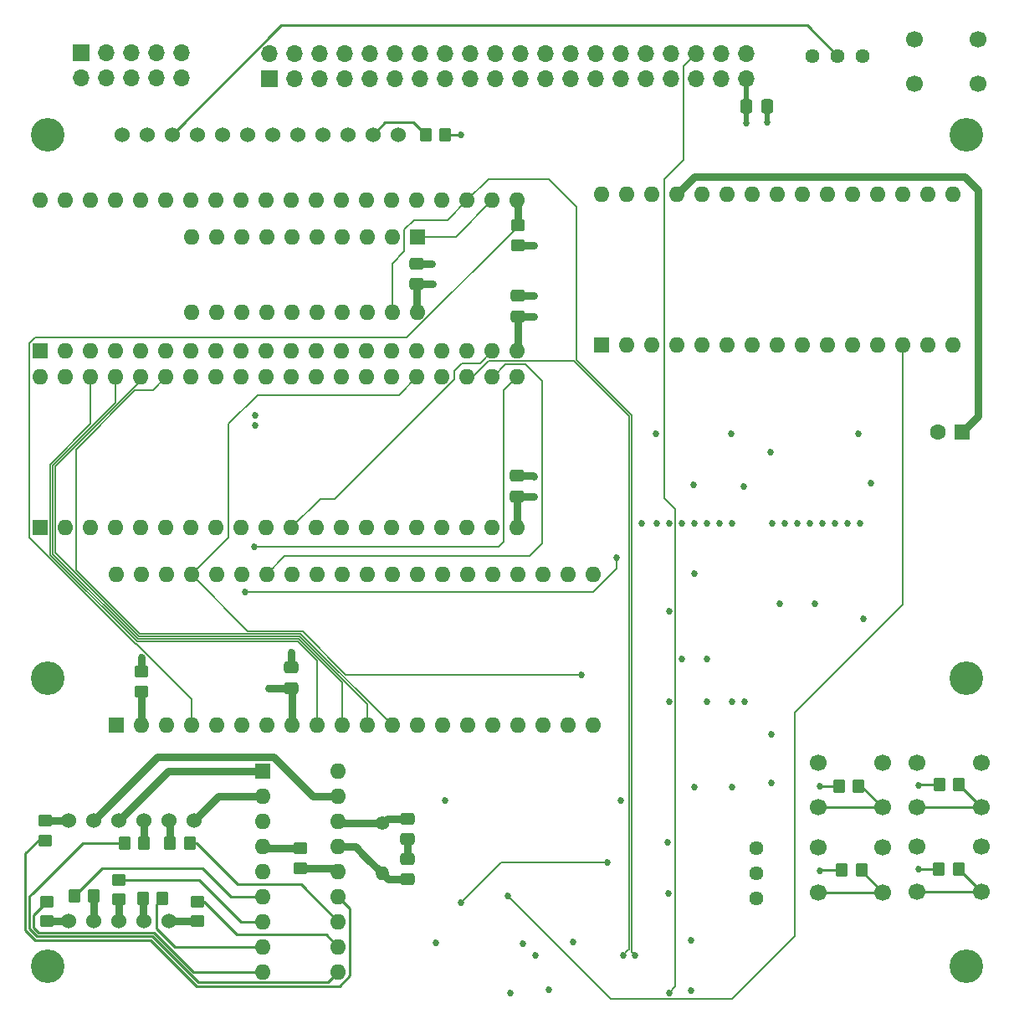
<source format=gbr>
%TF.GenerationSoftware,KiCad,Pcbnew,(5.99.0-7833-g0d57f90982)*%
%TF.CreationDate,2021-09-05T20:23:01+02:00*%
%TF.ProjectId,sbc6526,73626336-3532-4362-9e6b-696361645f70,rev?*%
%TF.SameCoordinates,Original*%
%TF.FileFunction,Copper,L4,Bot*%
%TF.FilePolarity,Positive*%
%FSLAX46Y46*%
G04 Gerber Fmt 4.6, Leading zero omitted, Abs format (unit mm)*
G04 Created by KiCad (PCBNEW (5.99.0-7833-g0d57f90982)) date 2021-09-05 20:23:01*
%MOMM*%
%LPD*%
G01*
G04 APERTURE LIST*
G04 Aperture macros list*
%AMRoundRect*
0 Rectangle with rounded corners*
0 $1 Rounding radius*
0 $2 $3 $4 $5 $6 $7 $8 $9 X,Y pos of 4 corners*
0 Add a 4 corners polygon primitive as box body*
4,1,4,$2,$3,$4,$5,$6,$7,$8,$9,$2,$3,0*
0 Add four circle primitives for the rounded corners*
1,1,$1+$1,$2,$3,0*
1,1,$1+$1,$4,$5,0*
1,1,$1+$1,$6,$7,0*
1,1,$1+$1,$8,$9,0*
0 Add four rect primitives between the rounded corners*
20,1,$1+$1,$2,$3,$4,$5,0*
20,1,$1+$1,$4,$5,$6,$7,0*
20,1,$1+$1,$6,$7,$8,$9,0*
20,1,$1+$1,$8,$9,$2,$3,0*%
G04 Aperture macros list end*
%TA.AperFunction,ComponentPad*%
%ADD10C,1.440000*%
%TD*%
%TA.AperFunction,ComponentPad*%
%ADD11R,1.600000X1.600000*%
%TD*%
%TA.AperFunction,ComponentPad*%
%ADD12O,1.600000X1.600000*%
%TD*%
%TA.AperFunction,ComponentPad*%
%ADD13C,1.600000*%
%TD*%
%TA.AperFunction,ComponentPad*%
%ADD14C,1.524000*%
%TD*%
%TA.AperFunction,ComponentPad*%
%ADD15R,1.700000X1.700000*%
%TD*%
%TA.AperFunction,ComponentPad*%
%ADD16O,1.700000X1.700000*%
%TD*%
%TA.AperFunction,ComponentPad*%
%ADD17C,1.400000*%
%TD*%
%TA.AperFunction,ComponentPad*%
%ADD18O,1.400000X1.400000*%
%TD*%
%TA.AperFunction,ComponentPad*%
%ADD19C,1.700000*%
%TD*%
%TA.AperFunction,ComponentPad*%
%ADD20C,3.400000*%
%TD*%
%TA.AperFunction,SMDPad,CuDef*%
%ADD21RoundRect,0.250000X0.475000X-0.337500X0.475000X0.337500X-0.475000X0.337500X-0.475000X-0.337500X0*%
%TD*%
%TA.AperFunction,SMDPad,CuDef*%
%ADD22RoundRect,0.249999X0.350001X0.450001X-0.350001X0.450001X-0.350001X-0.450001X0.350001X-0.450001X0*%
%TD*%
%TA.AperFunction,SMDPad,CuDef*%
%ADD23RoundRect,0.249999X0.450001X-0.350001X0.450001X0.350001X-0.450001X0.350001X-0.450001X-0.350001X0*%
%TD*%
%TA.AperFunction,SMDPad,CuDef*%
%ADD24RoundRect,0.249999X-0.350001X-0.450001X0.350001X-0.450001X0.350001X0.450001X-0.350001X0.450001X0*%
%TD*%
%TA.AperFunction,SMDPad,CuDef*%
%ADD25RoundRect,0.249999X-0.450001X0.350001X-0.450001X-0.350001X0.450001X-0.350001X0.450001X0.350001X0*%
%TD*%
%TA.AperFunction,SMDPad,CuDef*%
%ADD26RoundRect,0.250000X-0.475000X0.337500X-0.475000X-0.337500X0.475000X-0.337500X0.475000X0.337500X0*%
%TD*%
%TA.AperFunction,SMDPad,CuDef*%
%ADD27RoundRect,0.250000X-0.337500X-0.475000X0.337500X-0.475000X0.337500X0.475000X-0.337500X0.475000X0*%
%TD*%
%TA.AperFunction,ViaPad*%
%ADD28C,0.685800*%
%TD*%
%TA.AperFunction,Conductor*%
%ADD29C,0.762000*%
%TD*%
%TA.AperFunction,Conductor*%
%ADD30C,0.508000*%
%TD*%
%TA.AperFunction,Conductor*%
%ADD31C,0.127000*%
%TD*%
%TA.AperFunction,Conductor*%
%ADD32C,0.254000*%
%TD*%
G04 APERTURE END LIST*
D10*
%TO.P,P2,1*%
%TO.N,GND*%
X185900000Y-54000000D03*
%TO.P,P2,2*%
%TO.N,Net-(LCD1-Pad3)*%
X183360000Y-54000000D03*
%TO.P,P2,3*%
%TO.N,VCC*%
X180820000Y-54000000D03*
%TD*%
D11*
%TO.P,NANO1,1*%
%TO.N,Net-(NANO1-Pad1)*%
X159500000Y-83200000D03*
D12*
%TO.P,NANO1,2*%
%TO.N,Net-(NANO1-Pad2)*%
X162040000Y-83200000D03*
%TO.P,NANO1,3*%
%TO.N,Net-(NANO1-Pad3)*%
X164580000Y-83200000D03*
%TO.P,NANO1,4*%
%TO.N,GND*%
X167120000Y-83200000D03*
%TO.P,NANO1,5*%
%TO.N,/bootstrap/D7*%
X169660000Y-83200000D03*
%TO.P,NANO1,6*%
%TO.N,/bootstrap/D6*%
X172200000Y-83200000D03*
%TO.P,NANO1,7*%
%TO.N,/bootstrap/D5*%
X174740000Y-83200000D03*
%TO.P,NANO1,8*%
%TO.N,/bootstrap/D4*%
X177280000Y-83200000D03*
%TO.P,NANO1,9*%
%TO.N,/bootstrap/D3*%
X179820000Y-83200000D03*
%TO.P,NANO1,10*%
%TO.N,/bootstrap/D2*%
X182360000Y-83200000D03*
%TO.P,NANO1,11*%
%TO.N,/bootstrap/D1*%
X184900000Y-83200000D03*
%TO.P,NANO1,12*%
%TO.N,/bootstrap/D0*%
X187440000Y-83200000D03*
%TO.P,NANO1,13*%
%TO.N,/~CE*%
X189980000Y-83200000D03*
%TO.P,NANO1,14*%
%TO.N,/bootstrap/RESET*%
X192520000Y-83200000D03*
%TO.P,NANO1,15*%
%TO.N,/R~W*%
X195060000Y-83200000D03*
%TO.P,NANO1,16*%
%TO.N,/TOD*%
X195060000Y-67960000D03*
%TO.P,NANO1,17*%
%TO.N,Net-(NANO1-Pad17)*%
X192520000Y-67960000D03*
%TO.P,NANO1,18*%
%TO.N,Net-(NANO1-Pad18)*%
X189980000Y-67960000D03*
%TO.P,NANO1,19*%
%TO.N,/bootstrap/CLOCK*%
X187440000Y-67960000D03*
%TO.P,NANO1,20*%
%TO.N,/bootstrap/LATCH*%
X184900000Y-67960000D03*
%TO.P,NANO1,21*%
%TO.N,/bootstrap/BE*%
X182360000Y-67960000D03*
%TO.P,NANO1,22*%
%TO.N,Net-(NANO1-Pad22)*%
X179820000Y-67960000D03*
%TO.P,NANO1,23*%
%TO.N,/bootstrap/DS*%
X177280000Y-67960000D03*
%TO.P,NANO1,24*%
%TO.N,Net-(NANO1-Pad24)*%
X174740000Y-67960000D03*
%TO.P,NANO1,25*%
%TO.N,Net-(NANO1-Pad25)*%
X172200000Y-67960000D03*
%TO.P,NANO1,26*%
%TO.N,/TODENABLE*%
X169660000Y-67960000D03*
%TO.P,NANO1,27*%
%TO.N,VCC*%
X167120000Y-67960000D03*
%TO.P,NANO1,28*%
%TO.N,Net-(NANO1-Pad28)*%
X164580000Y-67960000D03*
%TO.P,NANO1,29*%
%TO.N,GND*%
X162040000Y-67960000D03*
%TO.P,NANO1,30*%
%TO.N,Net-(NANO1-Pad30)*%
X159500000Y-67960000D03*
%TD*%
D11*
%TO.P,U11,1*%
%TO.N,/R~W*%
X140843000Y-72300000D03*
D12*
%TO.P,U11,2*%
%TO.N,/peripherals/DB7*%
X138303000Y-72300000D03*
%TO.P,U11,3*%
%TO.N,/peripherals/DB6*%
X135763000Y-72300000D03*
%TO.P,U11,4*%
%TO.N,/peripherals/DB5*%
X133223000Y-72300000D03*
%TO.P,U11,5*%
%TO.N,/peripherals/DB4*%
X130683000Y-72300000D03*
%TO.P,U11,6*%
%TO.N,/peripherals/DB3*%
X128143000Y-72300000D03*
%TO.P,U11,7*%
%TO.N,/peripherals/DB2*%
X125603000Y-72300000D03*
%TO.P,U11,8*%
%TO.N,/peripherals/DB1*%
X123063000Y-72300000D03*
%TO.P,U11,9*%
%TO.N,/peripherals/DB0*%
X120523000Y-72300000D03*
%TO.P,U11,10*%
%TO.N,GND*%
X117983000Y-72300000D03*
%TO.P,U11,11*%
%TO.N,/bootstrap/D0*%
X117983000Y-79920000D03*
%TO.P,U11,12*%
%TO.N,/bootstrap/D1*%
X120523000Y-79920000D03*
%TO.P,U11,13*%
%TO.N,/bootstrap/D2*%
X123063000Y-79920000D03*
%TO.P,U11,14*%
%TO.N,/bootstrap/D3*%
X125603000Y-79920000D03*
%TO.P,U11,15*%
%TO.N,/bootstrap/D4*%
X128143000Y-79920000D03*
%TO.P,U11,16*%
%TO.N,/bootstrap/D5*%
X130683000Y-79920000D03*
%TO.P,U11,17*%
%TO.N,/bootstrap/D6*%
X133223000Y-79920000D03*
%TO.P,U11,18*%
%TO.N,/bootstrap/D7*%
X135763000Y-79920000D03*
%TO.P,U11,19*%
%TO.N,/memory/~CIA*%
X138303000Y-79920000D03*
%TO.P,U11,20*%
%TO.N,VCC*%
X140843000Y-79920000D03*
%TD*%
D10*
%TO.P,P1,1*%
%TO.N,Net-(C13-Pad1)*%
X175133000Y-134112000D03*
%TO.P,P1,2*%
%TO.N,Net-(P1-Pad2)*%
X175133000Y-136652000D03*
%TO.P,P1,3*%
%TO.N,Net-(P1-Pad3)*%
X175133000Y-139192000D03*
%TD*%
D11*
%TO.P,C14,1*%
%TO.N,VCC*%
X196000000Y-92000000D03*
D13*
%TO.P,C14,2*%
%TO.N,GND*%
X193500000Y-92000000D03*
%TD*%
D11*
%TO.P,U3,1*%
%TO.N,Net-(U3-Pad1)*%
X110325000Y-121690000D03*
D12*
%TO.P,U3,2*%
%TO.N,Net-(R11-Pad1)*%
X112865000Y-121690000D03*
%TO.P,U3,3*%
%TO.N,Net-(U3-Pad3)*%
X115405000Y-121690000D03*
%TO.P,U3,4*%
%TO.N,/~IRQ*%
X117945000Y-121690000D03*
%TO.P,U3,5*%
%TO.N,Net-(U3-Pad5)*%
X120485000Y-121690000D03*
%TO.P,U3,6*%
%TO.N,/~VIAIRQ*%
X123025000Y-121690000D03*
%TO.P,U3,7*%
%TO.N,Net-(U3-Pad7)*%
X125565000Y-121690000D03*
%TO.P,U3,8*%
%TO.N,VCC*%
X128105000Y-121690000D03*
%TO.P,U3,9*%
%TO.N,/bootstrap/A0*%
X130645000Y-121690000D03*
%TO.P,U3,10*%
%TO.N,/bootstrap/A1*%
X133185000Y-121690000D03*
%TO.P,U3,11*%
%TO.N,/bootstrap/A2*%
X135725000Y-121690000D03*
%TO.P,U3,12*%
%TO.N,/bootstrap/A3*%
X138265000Y-121690000D03*
%TO.P,U3,13*%
%TO.N,/bootstrap/A4*%
X140805000Y-121690000D03*
%TO.P,U3,14*%
%TO.N,/bootstrap/A5*%
X143345000Y-121690000D03*
%TO.P,U3,15*%
%TO.N,/bootstrap/A6*%
X145885000Y-121690000D03*
%TO.P,U3,16*%
%TO.N,/bootstrap/A7*%
X148425000Y-121690000D03*
%TO.P,U3,17*%
%TO.N,/bootstrap/A8*%
X150965000Y-121690000D03*
%TO.P,U3,18*%
%TO.N,/bootstrap/A9*%
X153505000Y-121690000D03*
%TO.P,U3,19*%
%TO.N,/bootstrap/A10*%
X156045000Y-121690000D03*
%TO.P,U3,20*%
%TO.N,/bootstrap/A11*%
X158585000Y-121690000D03*
%TO.P,U3,21*%
%TO.N,GND*%
X158585000Y-106450000D03*
%TO.P,U3,22*%
%TO.N,/bootstrap/A12*%
X156045000Y-106450000D03*
%TO.P,U3,23*%
%TO.N,/bootstrap/A13*%
X153505000Y-106450000D03*
%TO.P,U3,24*%
%TO.N,/bootstrap/A14*%
X150965000Y-106450000D03*
%TO.P,U3,25*%
%TO.N,/bootstrap/A15*%
X148425000Y-106450000D03*
%TO.P,U3,26*%
%TO.N,/bootstrap/D7*%
X145885000Y-106450000D03*
%TO.P,U3,27*%
%TO.N,/bootstrap/D6*%
X143345000Y-106450000D03*
%TO.P,U3,28*%
%TO.N,/bootstrap/D5*%
X140805000Y-106450000D03*
%TO.P,U3,29*%
%TO.N,/bootstrap/D4*%
X138265000Y-106450000D03*
%TO.P,U3,30*%
%TO.N,/bootstrap/D3*%
X135725000Y-106450000D03*
%TO.P,U3,31*%
%TO.N,/bootstrap/D2*%
X133185000Y-106450000D03*
%TO.P,U3,32*%
%TO.N,/bootstrap/D1*%
X130645000Y-106450000D03*
%TO.P,U3,33*%
%TO.N,/bootstrap/D0*%
X128105000Y-106450000D03*
%TO.P,U3,34*%
%TO.N,/R~W*%
X125565000Y-106450000D03*
%TO.P,U3,35*%
%TO.N,Net-(U3-Pad35)*%
X123025000Y-106450000D03*
%TO.P,U3,36*%
%TO.N,/bootstrap/BE*%
X120485000Y-106450000D03*
%TO.P,U3,37*%
%TO.N,/PHI2*%
X117945000Y-106450000D03*
%TO.P,U3,38*%
%TO.N,VCC*%
X115405000Y-106450000D03*
%TO.P,U3,39*%
%TO.N,Net-(U3-Pad39)*%
X112865000Y-106450000D03*
%TO.P,U3,40*%
%TO.N,/~RES*%
X110325000Y-106450000D03*
%TD*%
D14*
%TO.P,LED1,1*%
%TO.N,/clockmeter/E*%
X105570000Y-141440000D03*
%TO.P,LED1,2*%
%TO.N,/clockmeter/D*%
X108110000Y-141440000D03*
%TO.P,LED1,3*%
%TO.N,/clockmeter/DP*%
X110650000Y-141440000D03*
%TO.P,LED1,4*%
%TO.N,/clockmeter/C*%
X113190000Y-141440000D03*
%TO.P,LED1,5*%
%TO.N,/clockmeter/G*%
X115730000Y-141440000D03*
%TO.P,LED1,7*%
%TO.N,/clockmeter/B*%
X105570000Y-131280000D03*
%TO.P,LED1,8*%
%TO.N,/clockmeter/C3*%
X108110000Y-131280000D03*
%TO.P,LED1,9*%
%TO.N,/clockmeter/C2*%
X110650000Y-131280000D03*
%TO.P,LED1,10*%
%TO.N,/clockmeter/F*%
X113190000Y-131280000D03*
%TO.P,LED1,11*%
%TO.N,/clockmeter/A*%
X115730000Y-131280000D03*
%TO.P,LED1,12*%
%TO.N,/clockmeter/C1*%
X118270000Y-131280000D03*
%TD*%
D15*
%TO.P,J1,1*%
%TO.N,VCC*%
X106800000Y-53700000D03*
D16*
%TO.P,J1,2*%
%TO.N,/io/PB7*%
X106800000Y-56240000D03*
%TO.P,J1,3*%
%TO.N,/io/PB6*%
X109340000Y-53700000D03*
%TO.P,J1,4*%
%TO.N,/io/PB5*%
X109340000Y-56240000D03*
%TO.P,J1,5*%
%TO.N,/io/PB4*%
X111880000Y-53700000D03*
%TO.P,J1,6*%
%TO.N,/io/PB3*%
X111880000Y-56240000D03*
%TO.P,J1,7*%
%TO.N,/io/PB2*%
X114420000Y-53700000D03*
%TO.P,J1,8*%
%TO.N,/io/PB1*%
X114420000Y-56240000D03*
%TO.P,J1,9*%
%TO.N,/io/PB0*%
X116960000Y-53700000D03*
%TO.P,J1,10*%
%TO.N,GND*%
X116960000Y-56240000D03*
%TD*%
D17*
%TO.P,Y1,1*%
%TO.N,Net-(C5-Pad1)*%
X137300000Y-131600000D03*
D18*
%TO.P,Y1,2*%
%TO.N,Net-(C6-Pad1)*%
X137300000Y-136680000D03*
%TD*%
D11*
%TO.P,PIC1,1*%
%TO.N,/clockmeter/C2*%
X125200000Y-126300000D03*
D12*
%TO.P,PIC1,2*%
%TO.N,/clockmeter/C1*%
X125200000Y-128840000D03*
%TO.P,PIC1,3*%
%TO.N,/clock/~PHI2*%
X125200000Y-131380000D03*
%TO.P,PIC1,4*%
%TO.N,Net-(PIC1-Pad4)*%
X125200000Y-133920000D03*
%TO.P,PIC1,5*%
%TO.N,GND*%
X125200000Y-136460000D03*
%TO.P,PIC1,6*%
%TO.N,Net-(PIC1-Pad6)*%
X125200000Y-139000000D03*
%TO.P,PIC1,7*%
%TO.N,Net-(PIC1-Pad7)*%
X125200000Y-141540000D03*
%TO.P,PIC1,8*%
%TO.N,Net-(PIC1-Pad8)*%
X125200000Y-144080000D03*
%TO.P,PIC1,9*%
%TO.N,Net-(PIC1-Pad9)*%
X125200000Y-146620000D03*
%TO.P,PIC1,10*%
%TO.N,Net-(PIC1-Pad10)*%
X132820000Y-146620000D03*
%TO.P,PIC1,11*%
%TO.N,Net-(PIC1-Pad11)*%
X132820000Y-144080000D03*
%TO.P,PIC1,12*%
%TO.N,Net-(PIC1-Pad12)*%
X132820000Y-141540000D03*
%TO.P,PIC1,13*%
%TO.N,Net-(PIC1-Pad13)*%
X132820000Y-139000000D03*
%TO.P,PIC1,14*%
%TO.N,VCC*%
X132820000Y-136460000D03*
%TO.P,PIC1,15*%
%TO.N,Net-(C6-Pad1)*%
X132820000Y-133920000D03*
%TO.P,PIC1,16*%
%TO.N,Net-(C5-Pad1)*%
X132820000Y-131380000D03*
%TO.P,PIC1,17*%
%TO.N,/clockmeter/C3*%
X132820000Y-128840000D03*
%TO.P,PIC1,18*%
%TO.N,Net-(PIC1-Pad18)*%
X132820000Y-126300000D03*
%TD*%
D15*
%TO.P,EXT6526,1*%
%TO.N,GND*%
X125900000Y-56300000D03*
D16*
%TO.P,EXT6526,2*%
%TO.N,/peripherals/SERCLK*%
X125900000Y-53760000D03*
%TO.P,EXT6526,3*%
%TO.N,/peripherals/PA0*%
X128440000Y-56300000D03*
%TO.P,EXT6526,4*%
%TO.N,/peripherals/SERDAT*%
X128440000Y-53760000D03*
%TO.P,EXT6526,5*%
%TO.N,/peripherals/PA1*%
X130980000Y-56300000D03*
%TO.P,EXT6526,6*%
%TO.N,/bootstrap/A0*%
X130980000Y-53760000D03*
%TO.P,EXT6526,7*%
%TO.N,/peripherals/PA2*%
X133520000Y-56300000D03*
%TO.P,EXT6526,8*%
%TO.N,/bootstrap/A1*%
X133520000Y-53760000D03*
%TO.P,EXT6526,9*%
%TO.N,/peripherals/PA3*%
X136060000Y-56300000D03*
%TO.P,EXT6526,10*%
%TO.N,/bootstrap/A2*%
X136060000Y-53760000D03*
%TO.P,EXT6526,11*%
%TO.N,/peripherals/PA4*%
X138600000Y-56300000D03*
%TO.P,EXT6526,12*%
%TO.N,/bootstrap/A3*%
X138600000Y-53760000D03*
%TO.P,EXT6526,13*%
%TO.N,/peripherals/PA5*%
X141140000Y-56300000D03*
%TO.P,EXT6526,14*%
%TO.N,/peripherals/~CIARES*%
X141140000Y-53760000D03*
%TO.P,EXT6526,15*%
%TO.N,/peripherals/PA6*%
X143680000Y-56300000D03*
%TO.P,EXT6526,16*%
%TO.N,/bootstrap/D0*%
X143680000Y-53760000D03*
%TO.P,EXT6526,17*%
%TO.N,/peripherals/PA7*%
X146220000Y-56300000D03*
%TO.P,EXT6526,18*%
%TO.N,/bootstrap/D1*%
X146220000Y-53760000D03*
%TO.P,EXT6526,19*%
%TO.N,/io/PB0*%
X148760000Y-56300000D03*
%TO.P,EXT6526,20*%
%TO.N,/bootstrap/D2*%
X148760000Y-53760000D03*
%TO.P,EXT6526,21*%
%TO.N,/io/PB1*%
X151300000Y-56300000D03*
%TO.P,EXT6526,22*%
%TO.N,/bootstrap/D3*%
X151300000Y-53760000D03*
%TO.P,EXT6526,23*%
%TO.N,/io/PB2*%
X153840000Y-56300000D03*
%TO.P,EXT6526,24*%
%TO.N,/bootstrap/D4*%
X153840000Y-53760000D03*
%TO.P,EXT6526,25*%
%TO.N,/io/PB3*%
X156380000Y-56300000D03*
%TO.P,EXT6526,26*%
%TO.N,/bootstrap/D5*%
X156380000Y-53760000D03*
%TO.P,EXT6526,27*%
%TO.N,/io/PB4*%
X158920000Y-56300000D03*
%TO.P,EXT6526,28*%
%TO.N,/bootstrap/D6*%
X158920000Y-53760000D03*
%TO.P,EXT6526,29*%
%TO.N,/io/PB5*%
X161460000Y-56300000D03*
%TO.P,EXT6526,30*%
%TO.N,/bootstrap/D7*%
X161460000Y-53760000D03*
%TO.P,EXT6526,31*%
%TO.N,/io/PB6*%
X164000000Y-56300000D03*
%TO.P,EXT6526,32*%
%TO.N,/PHI2*%
X164000000Y-53760000D03*
%TO.P,EXT6526,33*%
%TO.N,/io/PB7*%
X166540000Y-56300000D03*
%TO.P,EXT6526,34*%
%TO.N,/peripherals/~EXTPC*%
X166540000Y-53760000D03*
%TO.P,EXT6526,35*%
%TO.N,/peripherals/~EXTFLAG*%
X169080000Y-56300000D03*
%TO.P,EXT6526,36*%
%TO.N,/memory/~CIAEXT*%
X169080000Y-53760000D03*
%TO.P,EXT6526,37*%
%TO.N,/TOD*%
X171620000Y-56300000D03*
%TO.P,EXT6526,38*%
%TO.N,/R~W*%
X171620000Y-53760000D03*
%TO.P,EXT6526,39*%
%TO.N,VCC*%
X174160000Y-56300000D03*
%TO.P,EXT6526,40*%
%TO.N,/~IRQ*%
X174160000Y-53760000D03*
%TD*%
D11*
%TO.P,U2,1*%
%TO.N,GND*%
X102700000Y-101700000D03*
D12*
%TO.P,U2,2*%
%TO.N,/peripherals/~CIARES*%
X105240000Y-101700000D03*
%TO.P,U2,3*%
%TO.N,/peripherals/LCD_RS*%
X107780000Y-101700000D03*
%TO.P,U2,4*%
%TO.N,/peripherals/LCD_RW*%
X110320000Y-101700000D03*
%TO.P,U2,5*%
%TO.N,/peripherals/LCD_E*%
X112860000Y-101700000D03*
%TO.P,U2,6*%
%TO.N,/peripherals/LCD_D4*%
X115400000Y-101700000D03*
%TO.P,U2,7*%
%TO.N,/peripherals/LCD_D5*%
X117940000Y-101700000D03*
%TO.P,U2,8*%
%TO.N,/peripherals/LCD_D6*%
X120480000Y-101700000D03*
%TO.P,U2,9*%
%TO.N,/peripherals/LCD_D7*%
X123020000Y-101700000D03*
%TO.P,U2,10*%
%TO.N,/TODENABLE*%
X125560000Y-101700000D03*
%TO.P,U2,11*%
%TO.N,/TOD*%
X128100000Y-101700000D03*
%TO.P,U2,12*%
%TO.N,Net-(U2-Pad12)*%
X130640000Y-101700000D03*
%TO.P,U2,13*%
%TO.N,Net-(U2-Pad13)*%
X133180000Y-101700000D03*
%TO.P,U2,14*%
%TO.N,/io/VPB4*%
X135720000Y-101700000D03*
%TO.P,U2,15*%
%TO.N,/io/VPB5*%
X138260000Y-101700000D03*
%TO.P,U2,16*%
%TO.N,/io/VPB6*%
X140800000Y-101700000D03*
%TO.P,U2,17*%
%TO.N,/io/VPB7*%
X143340000Y-101700000D03*
%TO.P,U2,18*%
%TO.N,Net-(U2-Pad18)*%
X145880000Y-101700000D03*
%TO.P,U2,19*%
%TO.N,Net-(U2-Pad19)*%
X148420000Y-101700000D03*
%TO.P,U2,20*%
%TO.N,VCC*%
X150960000Y-101700000D03*
%TO.P,U2,21*%
%TO.N,/~VIAIRQ*%
X150960000Y-86460000D03*
%TO.P,U2,22*%
%TO.N,/R~W*%
X148420000Y-86460000D03*
%TO.P,U2,23*%
%TO.N,/memory/~VIA*%
X145880000Y-86460000D03*
%TO.P,U2,24*%
%TO.N,VCC*%
X143340000Y-86460000D03*
%TO.P,U2,25*%
%TO.N,/PHI2*%
X140800000Y-86460000D03*
%TO.P,U2,26*%
%TO.N,/bootstrap/D7*%
X138260000Y-86460000D03*
%TO.P,U2,27*%
%TO.N,/bootstrap/D6*%
X135720000Y-86460000D03*
%TO.P,U2,28*%
%TO.N,/bootstrap/D5*%
X133180000Y-86460000D03*
%TO.P,U2,29*%
%TO.N,/bootstrap/D4*%
X130640000Y-86460000D03*
%TO.P,U2,30*%
%TO.N,/bootstrap/D3*%
X128100000Y-86460000D03*
%TO.P,U2,31*%
%TO.N,/bootstrap/D2*%
X125560000Y-86460000D03*
%TO.P,U2,32*%
%TO.N,/bootstrap/D1*%
X123020000Y-86460000D03*
%TO.P,U2,33*%
%TO.N,/bootstrap/D0*%
X120480000Y-86460000D03*
%TO.P,U2,34*%
%TO.N,/~RES*%
X117940000Y-86460000D03*
%TO.P,U2,35*%
%TO.N,/bootstrap/A3*%
X115400000Y-86460000D03*
%TO.P,U2,36*%
%TO.N,/bootstrap/A2*%
X112860000Y-86460000D03*
%TO.P,U2,37*%
%TO.N,/bootstrap/A1*%
X110320000Y-86460000D03*
%TO.P,U2,38*%
%TO.N,/bootstrap/A0*%
X107780000Y-86460000D03*
%TO.P,U2,39*%
%TO.N,Net-(U2-Pad39)*%
X105240000Y-86460000D03*
%TO.P,U2,40*%
%TO.N,Net-(U2-Pad40)*%
X102700000Y-86460000D03*
%TD*%
D19*
%TO.P,SW1,1*%
%TO.N,GND*%
X181420000Y-125490000D03*
%TO.P,SW1,2*%
X187920000Y-125490000D03*
%TO.P,SW1,3*%
%TO.N,/io/VPB7*%
X181420000Y-129990000D03*
%TO.P,SW1,4*%
X187920000Y-129990000D03*
%TD*%
%TO.P,SW2,1*%
%TO.N,GND*%
X181440000Y-134050000D03*
%TO.P,SW2,2*%
X187940000Y-134050000D03*
%TO.P,SW2,3*%
%TO.N,/io/VPB6*%
X181440000Y-138550000D03*
%TO.P,SW2,4*%
X187940000Y-138550000D03*
%TD*%
%TO.P,SW3,1*%
%TO.N,GND*%
X191400000Y-133970000D03*
%TO.P,SW3,2*%
X197900000Y-133970000D03*
%TO.P,SW3,3*%
%TO.N,/io/VPB5*%
X191400000Y-138470000D03*
%TO.P,SW3,4*%
X197900000Y-138470000D03*
%TD*%
%TO.P,SW4,1*%
%TO.N,GND*%
X191420000Y-125450000D03*
%TO.P,SW4,2*%
X197920000Y-125450000D03*
%TO.P,SW4,3*%
%TO.N,/io/VPB4*%
X191420000Y-129950000D03*
%TO.P,SW4,4*%
X197920000Y-129950000D03*
%TD*%
%TO.P,SW5,1*%
%TO.N,Net-(R13-Pad2)*%
X197600000Y-56800000D03*
%TO.P,SW5,2*%
X191100000Y-56800000D03*
%TO.P,SW5,3*%
%TO.N,VCC*%
X197600000Y-52300000D03*
%TO.P,SW5,4*%
X191100000Y-52300000D03*
%TD*%
D20*
%TO.P,LCD1,*%
%TO.N,GND*%
X103425000Y-116925000D03*
X196425000Y-116925000D03*
X196425000Y-61925000D03*
X103425000Y-61925000D03*
D14*
%TO.P,LCD1,1*%
X110935000Y-61965000D03*
%TO.P,LCD1,2*%
%TO.N,VCC*%
X113475000Y-61965000D03*
%TO.P,LCD1,3*%
%TO.N,Net-(LCD1-Pad3)*%
X116015000Y-61965000D03*
%TO.P,LCD1,4*%
%TO.N,/peripherals/LCD_RS*%
X118555000Y-61965000D03*
%TO.P,LCD1,5*%
%TO.N,/peripherals/LCD_RW*%
X121095000Y-61965000D03*
%TO.P,LCD1,6*%
%TO.N,/peripherals/LCD_E*%
X123635000Y-61965000D03*
%TO.P,LCD1,11*%
%TO.N,/peripherals/LCD_D4*%
X126175000Y-61965000D03*
%TO.P,LCD1,12*%
%TO.N,/peripherals/LCD_D5*%
X128715000Y-61965000D03*
%TO.P,LCD1,13*%
%TO.N,/peripherals/LCD_D6*%
X131255000Y-61965000D03*
%TO.P,LCD1,14*%
%TO.N,/peripherals/LCD_D7*%
X133795000Y-61965000D03*
%TO.P,LCD1,15*%
%TO.N,Net-(LCD1-Pad15)*%
X136335000Y-61965000D03*
%TO.P,LCD1,16*%
%TO.N,GND*%
X138875000Y-61965000D03*
%TD*%
D11*
%TO.P,U1,1*%
%TO.N,GND*%
X102700000Y-83850000D03*
D12*
%TO.P,U1,2*%
%TO.N,/peripherals/PA0*%
X105240000Y-83850000D03*
%TO.P,U1,3*%
%TO.N,/peripherals/PA1*%
X107780000Y-83850000D03*
%TO.P,U1,4*%
%TO.N,/peripherals/PA2*%
X110320000Y-83850000D03*
%TO.P,U1,5*%
%TO.N,/peripherals/PA3*%
X112860000Y-83850000D03*
%TO.P,U1,6*%
%TO.N,/peripherals/PA4*%
X115400000Y-83850000D03*
%TO.P,U1,7*%
%TO.N,/peripherals/PA5*%
X117940000Y-83850000D03*
%TO.P,U1,8*%
%TO.N,/peripherals/PA6*%
X120480000Y-83850000D03*
%TO.P,U1,9*%
%TO.N,/peripherals/PA7*%
X123020000Y-83850000D03*
%TO.P,U1,10*%
%TO.N,/io/PB0*%
X125560000Y-83850000D03*
%TO.P,U1,11*%
%TO.N,/io/PB1*%
X128100000Y-83850000D03*
%TO.P,U1,12*%
%TO.N,/io/PB2*%
X130640000Y-83850000D03*
%TO.P,U1,13*%
%TO.N,/io/PB3*%
X133180000Y-83850000D03*
%TO.P,U1,14*%
%TO.N,/io/PB4*%
X135720000Y-83850000D03*
%TO.P,U1,15*%
%TO.N,/io/PB5*%
X138260000Y-83850000D03*
%TO.P,U1,16*%
%TO.N,/io/PB6*%
X140800000Y-83850000D03*
%TO.P,U1,17*%
%TO.N,/io/PB7*%
X143340000Y-83850000D03*
%TO.P,U1,18*%
%TO.N,/peripherals/~EXTPC*%
X145880000Y-83850000D03*
%TO.P,U1,19*%
%TO.N,/TOD*%
X148420000Y-83850000D03*
%TO.P,U1,20*%
%TO.N,VCC*%
X150960000Y-83850000D03*
%TO.P,U1,21*%
%TO.N,/~IRQ*%
X150960000Y-68610000D03*
%TO.P,U1,22*%
%TO.N,/R~W*%
X148420000Y-68610000D03*
%TO.P,U1,23*%
%TO.N,/memory/~CIA*%
X145880000Y-68610000D03*
%TO.P,U1,24*%
%TO.N,/peripherals/~EXTFLAG*%
X143340000Y-68610000D03*
%TO.P,U1,25*%
%TO.N,/PHI2*%
X140800000Y-68610000D03*
%TO.P,U1,26*%
%TO.N,/peripherals/DB7*%
X138260000Y-68610000D03*
%TO.P,U1,27*%
%TO.N,/peripherals/DB6*%
X135720000Y-68610000D03*
%TO.P,U1,28*%
%TO.N,/peripherals/DB5*%
X133180000Y-68610000D03*
%TO.P,U1,29*%
%TO.N,/peripherals/DB4*%
X130640000Y-68610000D03*
%TO.P,U1,30*%
%TO.N,/peripherals/DB3*%
X128100000Y-68610000D03*
%TO.P,U1,31*%
%TO.N,/peripherals/DB2*%
X125560000Y-68610000D03*
%TO.P,U1,32*%
%TO.N,/peripherals/DB1*%
X123020000Y-68610000D03*
%TO.P,U1,33*%
%TO.N,/peripherals/DB0*%
X120480000Y-68610000D03*
%TO.P,U1,34*%
%TO.N,/peripherals/~CIARES*%
X117940000Y-68610000D03*
%TO.P,U1,35*%
%TO.N,/bootstrap/A3*%
X115400000Y-68610000D03*
%TO.P,U1,36*%
%TO.N,/bootstrap/A2*%
X112860000Y-68610000D03*
%TO.P,U1,37*%
%TO.N,/bootstrap/A1*%
X110320000Y-68610000D03*
%TO.P,U1,38*%
%TO.N,/bootstrap/A0*%
X107780000Y-68610000D03*
%TO.P,U1,39*%
%TO.N,/peripherals/SERDAT*%
X105240000Y-68610000D03*
%TO.P,U1,40*%
%TO.N,/peripherals/SERCLK*%
X102700000Y-68610000D03*
%TD*%
D20*
%TO.P,,*%
%TO.N,GND*%
X196425000Y-146050000D03*
%TD*%
%TO.P,,*%
%TO.N,GND*%
X103425000Y-146050000D03*
%TD*%
D21*
%TO.P,C1,1*%
%TO.N,VCC*%
X150964900Y-80324200D03*
%TO.P,C1,2*%
%TO.N,GND*%
X150964900Y-78249200D03*
%TD*%
%TO.P,C3,1*%
%TO.N,VCC*%
X128100000Y-117925000D03*
%TO.P,C3,2*%
%TO.N,GND*%
X128100000Y-115850000D03*
%TD*%
%TO.P,C11,1*%
%TO.N,VCC*%
X140800000Y-77050000D03*
%TO.P,C11,2*%
%TO.N,GND*%
X140800000Y-74975000D03*
%TD*%
D22*
%TO.P,R10,1*%
%TO.N,VCC*%
X143675000Y-61975000D03*
%TO.P,R10,2*%
%TO.N,Net-(LCD1-Pad15)*%
X141675000Y-61975000D03*
%TD*%
D23*
%TO.P,R11,1*%
%TO.N,Net-(R11-Pad1)*%
X112875000Y-118250000D03*
%TO.P,R11,2*%
%TO.N,VCC*%
X112875000Y-116250000D03*
%TD*%
D24*
%TO.P,R15,1*%
%TO.N,VCC*%
X183480000Y-127820000D03*
%TO.P,R15,2*%
%TO.N,/io/VPB7*%
X185480000Y-127820000D03*
%TD*%
%TO.P,R16,1*%
%TO.N,VCC*%
X183810000Y-136340000D03*
%TO.P,R16,2*%
%TO.N,/io/VPB6*%
X185810000Y-136340000D03*
%TD*%
%TO.P,R17,1*%
%TO.N,VCC*%
X193620000Y-136210000D03*
%TO.P,R17,2*%
%TO.N,/io/VPB5*%
X195620000Y-136210000D03*
%TD*%
%TO.P,R18,1*%
%TO.N,VCC*%
X193640000Y-127680000D03*
%TO.P,R18,2*%
%TO.N,/io/VPB4*%
X195640000Y-127680000D03*
%TD*%
D25*
%TO.P,R19,1*%
%TO.N,/~IRQ*%
X150975000Y-71125000D03*
%TO.P,R19,2*%
%TO.N,VCC*%
X150975000Y-73125000D03*
%TD*%
D21*
%TO.P,C2,1*%
%TO.N,VCC*%
X150950000Y-98525000D03*
%TO.P,C2,2*%
%TO.N,GND*%
X150950000Y-96450000D03*
%TD*%
%TO.P,C6,1*%
%TO.N,Net-(C6-Pad1)*%
X139850000Y-137275000D03*
%TO.P,C6,2*%
%TO.N,GND*%
X139850000Y-135200000D03*
%TD*%
D26*
%TO.P,C5,1*%
%TO.N,Net-(C5-Pad1)*%
X139850000Y-131112500D03*
%TO.P,C5,2*%
%TO.N,GND*%
X139850000Y-133187500D03*
%TD*%
D25*
%TO.P,R2,1*%
%TO.N,Net-(PIC1-Pad7)*%
X110600000Y-137300000D03*
%TO.P,R2,2*%
%TO.N,/clockmeter/DP*%
X110600000Y-139300000D03*
%TD*%
D24*
%TO.P,R5,1*%
%TO.N,Net-(PIC1-Pad10)*%
X111200000Y-133600000D03*
%TO.P,R5,2*%
%TO.N,/clockmeter/F*%
X113200000Y-133600000D03*
%TD*%
%TO.P,R1,1*%
%TO.N,Net-(PIC1-Pad6)*%
X106100000Y-138900000D03*
%TO.P,R1,2*%
%TO.N,/clockmeter/D*%
X108100000Y-138900000D03*
%TD*%
D25*
%TO.P,R6,1*%
%TO.N,Net-(PIC1-Pad11)*%
X118600000Y-139500000D03*
%TO.P,R6,2*%
%TO.N,/clockmeter/G*%
X118600000Y-141500000D03*
%TD*%
D22*
%TO.P,R3,1*%
%TO.N,Net-(PIC1-Pad8)*%
X115062000Y-139200000D03*
%TO.P,R3,2*%
%TO.N,/clockmeter/C*%
X113062000Y-139200000D03*
%TD*%
%TO.P,R7,1*%
%TO.N,Net-(PIC1-Pad12)*%
X117800000Y-133600000D03*
%TO.P,R7,2*%
%TO.N,/clockmeter/A*%
X115800000Y-133600000D03*
%TD*%
D23*
%TO.P,R8,1*%
%TO.N,Net-(PIC1-Pad13)*%
X103200000Y-133300000D03*
%TO.P,R8,2*%
%TO.N,/clockmeter/B*%
X103200000Y-131300000D03*
%TD*%
%TO.P,R9,1*%
%TO.N,VCC*%
X129000000Y-136100000D03*
%TO.P,R9,2*%
%TO.N,Net-(PIC1-Pad4)*%
X129000000Y-134100000D03*
%TD*%
D25*
%TO.P,R4,1*%
%TO.N,Net-(PIC1-Pad9)*%
X103378000Y-139500000D03*
%TO.P,R4,2*%
%TO.N,/clockmeter/E*%
X103378000Y-141500000D03*
%TD*%
D27*
%TO.P,CEXT1,1*%
%TO.N,VCC*%
X174137500Y-59075000D03*
%TO.P,CEXT1,2*%
%TO.N,GND*%
X176212500Y-59075000D03*
%TD*%
D28*
%TO.N,GND*%
X170110000Y-114987000D03*
X168840000Y-106351000D03*
X173850000Y-97550000D03*
X139850000Y-134175000D03*
X151550000Y-143750000D03*
X166300000Y-110161000D03*
X166175000Y-133550000D03*
X186750000Y-97150000D03*
X150275000Y-148725000D03*
X152750000Y-144950000D03*
X142325000Y-74975000D03*
X143650000Y-129250000D03*
X166300000Y-119305000D03*
X168500000Y-143400000D03*
X128075000Y-114250000D03*
X156575000Y-143625000D03*
X161425000Y-129300000D03*
X152625000Y-78225000D03*
X172650000Y-119305000D03*
X167570000Y-114987000D03*
X176625000Y-122625000D03*
X152575000Y-96475000D03*
X181037500Y-109362500D03*
X142675000Y-143650000D03*
X176200000Y-60675000D03*
%TO.N,/memory/RAMCE*%
X160073195Y-135561000D03*
X145218000Y-139625000D03*
%TO.N,VCC*%
X142375000Y-77050000D03*
X170110000Y-119305000D03*
X172600000Y-92175000D03*
X152625000Y-80325000D03*
X181600000Y-136375000D03*
X173920000Y-119305000D03*
X168500000Y-148525000D03*
X191550000Y-127750000D03*
X191575000Y-136225000D03*
X125775000Y-117925000D03*
X177500000Y-109400000D03*
X174125000Y-60775000D03*
X154100000Y-148425000D03*
X168840000Y-127941000D03*
X185475000Y-92150000D03*
X185950000Y-110875000D03*
X176625000Y-127475000D03*
X166225000Y-138675000D03*
X152575000Y-98525000D03*
X145225000Y-61975000D03*
X176587090Y-94047954D03*
X164950000Y-92200000D03*
X172650000Y-127941000D03*
X181600000Y-127800000D03*
X152625000Y-73125000D03*
X112875000Y-114775000D03*
%TO.N,/memory/~VIA*%
X161645400Y-144907062D03*
%TO.N,/memory/~CIA*%
X162890000Y-144960000D03*
%TO.N,/bootstrap/BE*%
X168779149Y-97339843D03*
%TO.N,/~VIAIRQ*%
X124320961Y-103631252D03*
%TO.N,/~RES*%
X161004183Y-104742417D03*
X123444000Y-108204000D03*
%TO.N,/PHI2*%
X157480000Y-116586000D03*
%TO.N,/TODENABLE*%
X124390000Y-91365000D03*
%TO.N,/~CE*%
X150021865Y-138960072D03*
%TO.N,/bootstrap/D0*%
X124390000Y-90349000D03*
%TO.N,/bootstrap/A11*%
X180524000Y-101271000D03*
%TO.N,/bootstrap/A10*%
X179254000Y-101271000D03*
%TO.N,/bootstrap/A9*%
X177984000Y-101271000D03*
%TO.N,/bootstrap/A8*%
X176714000Y-101271000D03*
%TO.N,/bootstrap/A7*%
X172650000Y-101271000D03*
%TO.N,/bootstrap/A6*%
X171380000Y-101271000D03*
%TO.N,/bootstrap/A5*%
X170110000Y-101271000D03*
%TO.N,/bootstrap/A4*%
X168840000Y-101271000D03*
%TO.N,/bootstrap/A15*%
X185604000Y-101271000D03*
%TO.N,/bootstrap/A14*%
X184334000Y-101271000D03*
%TO.N,/bootstrap/A13*%
X183064000Y-101271000D03*
%TO.N,/bootstrap/A12*%
X181794000Y-101271000D03*
%TO.N,/bootstrap/A0*%
X163506000Y-101271000D03*
%TO.N,/bootstrap/A1*%
X165030000Y-101271000D03*
%TO.N,/bootstrap/A2*%
X166300000Y-101271000D03*
%TO.N,/bootstrap/A3*%
X167570000Y-101271000D03*
%TO.N,/memory/~CIAEXT*%
X166300000Y-148743600D03*
%TD*%
D29*
%TO.N,GND*%
X139850000Y-134175000D02*
X139850000Y-135200000D01*
D30*
X176212500Y-59075000D02*
X176212500Y-60662500D01*
D29*
X128075000Y-114250000D02*
X128075000Y-115825000D01*
X140800000Y-74975000D02*
X142325000Y-74975000D01*
X139850000Y-133187500D02*
X139850000Y-134175000D01*
X150964900Y-78249200D02*
X152600800Y-78249200D01*
X128075000Y-115825000D02*
X128100000Y-115850000D01*
X152600800Y-78249200D02*
X152625000Y-78225000D01*
X152550000Y-96450000D02*
X152575000Y-96475000D01*
X150950000Y-96450000D02*
X152550000Y-96450000D01*
D30*
X176212500Y-60662500D02*
X176200000Y-60675000D01*
D31*
%TO.N,/memory/RAMCE*%
X145218000Y-139625000D02*
X149282000Y-135561000D01*
X149282000Y-135561000D02*
X160073195Y-135561000D01*
D32*
%TO.N,VCC*%
X143675000Y-61975000D02*
X145225000Y-61975000D01*
D29*
X128105000Y-117930000D02*
X128100000Y-117925000D01*
X150964900Y-80324200D02*
X152624200Y-80324200D01*
X152624200Y-80324200D02*
X152625000Y-80325000D01*
X197600000Y-67575000D02*
X197600000Y-90400000D01*
X128105000Y-121690000D02*
X128105000Y-117930000D01*
X125775000Y-117925000D02*
X126500000Y-117925000D01*
X140800000Y-79877000D02*
X140843000Y-79920000D01*
X126500000Y-117925000D02*
X128100000Y-117925000D01*
D32*
X181620000Y-127820000D02*
X181600000Y-127800000D01*
D29*
X150964900Y-83845100D02*
X150960000Y-83850000D01*
X140800000Y-77050000D02*
X140800000Y-79877000D01*
X140800000Y-77050000D02*
X142375000Y-77050000D01*
X167120000Y-67960000D02*
X168905000Y-66175000D01*
X150975000Y-73125000D02*
X152625000Y-73125000D01*
D32*
X181635000Y-136340000D02*
X181600000Y-136375000D01*
D29*
X150950000Y-98525000D02*
X152575000Y-98525000D01*
X150964900Y-80324200D02*
X150964900Y-83845100D01*
D32*
X183480000Y-127820000D02*
X181620000Y-127820000D01*
D30*
X174137500Y-60762500D02*
X174125000Y-60775000D01*
D32*
X191620000Y-127680000D02*
X191550000Y-127750000D01*
D30*
X174137500Y-59075000D02*
X174137500Y-60762500D01*
D32*
X193620000Y-136210000D02*
X191590000Y-136210000D01*
D29*
X129000000Y-136100000D02*
X132460000Y-136100000D01*
X150960000Y-98535000D02*
X150950000Y-98525000D01*
D30*
X174137500Y-56322500D02*
X174160000Y-56300000D01*
D29*
X112875000Y-116250000D02*
X112875000Y-114775000D01*
D32*
X191590000Y-136210000D02*
X191575000Y-136225000D01*
D30*
X174137500Y-59075000D02*
X174137500Y-56322500D01*
D29*
X196200000Y-66175000D02*
X197600000Y-67575000D01*
X132460000Y-136100000D02*
X132820000Y-136460000D01*
D32*
X183810000Y-136340000D02*
X181635000Y-136340000D01*
D29*
X197600000Y-90400000D02*
X196000000Y-92000000D01*
D32*
X193640000Y-127680000D02*
X191620000Y-127680000D01*
D29*
X168905000Y-66175000D02*
X196200000Y-66175000D01*
X150960000Y-101700000D02*
X150960000Y-98535000D01*
D32*
%TO.N,Net-(LCD1-Pad3)*%
X183360000Y-54000000D02*
X180260000Y-50900000D01*
X127080000Y-50900000D02*
X116015000Y-61965000D01*
X180260000Y-50900000D02*
X127080000Y-50900000D01*
D31*
%TO.N,/memory/~VIA*%
X162136231Y-144416231D02*
X161645400Y-144907062D01*
X148019892Y-84840501D02*
X156647990Y-84840501D01*
X146400393Y-86460000D02*
X148019892Y-84840501D01*
X156647991Y-84866215D02*
X162235990Y-90454214D01*
X156647990Y-84840501D02*
X156647991Y-84866215D01*
X162235991Y-102138215D02*
X162235991Y-144316471D01*
X162235990Y-90454214D02*
X162235991Y-102138215D01*
X162235991Y-144316471D02*
X162136231Y-144416231D01*
X145880000Y-86460000D02*
X146400393Y-86460000D01*
X162235991Y-102138215D02*
X162240000Y-102142224D01*
%TO.N,/memory/~CIA*%
X162494009Y-102037009D02*
X162494009Y-144294009D01*
X156902000Y-69267000D02*
X154108000Y-66473000D01*
X162490000Y-90349000D02*
X156902000Y-84761000D01*
X143915000Y-70575000D02*
X145880000Y-68610000D01*
X139525000Y-73750000D02*
X139525000Y-71550000D01*
X138303000Y-74972000D02*
X139525000Y-73750000D01*
X138303000Y-79920000D02*
X138303000Y-74972000D01*
X139525000Y-71550000D02*
X140500000Y-70575000D01*
X156902000Y-84761000D02*
X156902000Y-69267000D01*
X154108000Y-66473000D02*
X148017000Y-66473000D01*
X140500000Y-70575000D02*
X143915000Y-70575000D01*
X162490000Y-102033000D02*
X162494009Y-102037009D01*
X162490000Y-102033000D02*
X162490000Y-90349000D01*
X162494009Y-144564009D02*
X162890000Y-144960000D01*
X162494009Y-144294009D02*
X162494009Y-144564009D01*
X148017000Y-66473000D02*
X145880000Y-68610000D01*
D29*
%TO.N,Net-(R11-Pad1)*%
X112875000Y-118250000D02*
X112875000Y-121680000D01*
X112875000Y-121680000D02*
X112865000Y-121690000D01*
D31*
%TO.N,/~IRQ*%
X117945000Y-119036763D02*
X112371247Y-113463010D01*
X112371247Y-113463010D02*
X112337256Y-113463009D01*
X112337256Y-113463009D02*
X101530000Y-102655753D01*
D29*
X150975000Y-68625000D02*
X150960000Y-68610000D01*
D31*
X101530000Y-102655753D02*
X101530000Y-83077098D01*
X139753942Y-82475000D02*
X150975000Y-71253942D01*
X102132098Y-82475000D02*
X139753942Y-82475000D01*
X150975000Y-71253942D02*
X150975000Y-71125000D01*
D29*
X150975000Y-71125000D02*
X150975000Y-68625000D01*
D31*
X101530000Y-83077098D02*
X102132098Y-82475000D01*
X117945000Y-121690000D02*
X117945000Y-119036763D01*
%TO.N,/~VIAIRQ*%
X149606000Y-103122504D02*
X149606000Y-87814000D01*
X149097252Y-103631252D02*
X149606000Y-103122504D01*
X149606000Y-87814000D02*
X150960000Y-86460000D01*
X124320961Y-103631252D02*
X149097252Y-103631252D01*
%TO.N,/~RES*%
X159188000Y-107621000D02*
X160963500Y-105845500D01*
X161004183Y-105804817D02*
X161004183Y-104742417D01*
X158605000Y-108204000D02*
X160963500Y-105845500D01*
X160963500Y-105845500D02*
X161004183Y-105804817D01*
X123444000Y-108204000D02*
X158605000Y-108204000D01*
%TO.N,/PHI2*%
X124644000Y-88317000D02*
X138943000Y-88317000D01*
X121744758Y-91216242D02*
X124644000Y-88317000D01*
X133604000Y-116586000D02*
X129210961Y-112192961D01*
X129210961Y-112192961D02*
X128194961Y-112192961D01*
X117945000Y-106450000D02*
X121744758Y-102650242D01*
X117945000Y-106450000D02*
X123687961Y-112192961D01*
X157480000Y-116586000D02*
X133604000Y-116586000D01*
X121744758Y-102650242D02*
X121744758Y-91216242D01*
X123687961Y-112192961D02*
X128194961Y-112192961D01*
X138943000Y-88317000D02*
X140800000Y-86460000D01*
D29*
%TO.N,/clockmeter/C1*%
X120710000Y-128840000D02*
X118270000Y-131280000D01*
X125200000Y-128840000D02*
X120710000Y-128840000D01*
%TO.N,/clockmeter/F*%
X113200000Y-131290000D02*
X113190000Y-131280000D01*
X113200000Y-133600000D02*
X113200000Y-131290000D01*
%TO.N,/clockmeter/G*%
X118600000Y-141500000D02*
X115790000Y-141500000D01*
X115790000Y-141500000D02*
X115730000Y-141440000D01*
%TO.N,/clockmeter/E*%
X103378000Y-141500000D02*
X105510000Y-141500000D01*
X105510000Y-141500000D02*
X105570000Y-141440000D01*
%TO.N,/clockmeter/D*%
X108100000Y-141430000D02*
X108110000Y-141440000D01*
X108100000Y-138900000D02*
X108100000Y-141430000D01*
%TO.N,/clockmeter/DP*%
X110600000Y-139300000D02*
X110600000Y-141390000D01*
X110600000Y-141390000D02*
X110650000Y-141440000D01*
%TO.N,/clockmeter/C*%
X113062000Y-139200000D02*
X113062000Y-141312000D01*
X113062000Y-141312000D02*
X113190000Y-141440000D01*
%TO.N,/clockmeter/B*%
X103200000Y-131300000D02*
X105550000Y-131300000D01*
X105550000Y-131300000D02*
X105570000Y-131280000D01*
%TO.N,/clockmeter/A*%
X115800000Y-131350000D02*
X115730000Y-131280000D01*
X115800000Y-133600000D02*
X115800000Y-131350000D01*
%TO.N,/clockmeter/C2*%
X115630000Y-126300000D02*
X110650000Y-131280000D01*
X125200000Y-126300000D02*
X115630000Y-126300000D01*
%TO.N,/clockmeter/C3*%
X126314402Y-124900000D02*
X130254402Y-128840000D01*
X130254402Y-128840000D02*
X132820000Y-128840000D01*
X108110000Y-131280000D02*
X114490000Y-124900000D01*
X114490000Y-124900000D02*
X126314402Y-124900000D01*
D31*
%TO.N,/~CE*%
X172720000Y-149352000D02*
X179070000Y-143002000D01*
X189980000Y-109486000D02*
X189980000Y-83200000D01*
X150021865Y-138960072D02*
X160413793Y-149352000D01*
X179070000Y-120396000D02*
X189980000Y-109486000D01*
X179070000Y-143002000D02*
X179070000Y-120396000D01*
X160413793Y-149352000D02*
X172720000Y-149352000D01*
D32*
%TO.N,/io/VPB7*%
X185480000Y-127820000D02*
X185750000Y-127820000D01*
X187920000Y-129990000D02*
X181420000Y-129990000D01*
X185750000Y-127820000D02*
X187920000Y-129990000D01*
%TO.N,/io/VPB6*%
X185810000Y-136340000D02*
X185810000Y-136420000D01*
X185810000Y-136420000D02*
X187940000Y-138550000D01*
X181440000Y-138550000D02*
X187940000Y-138550000D01*
%TO.N,/io/VPB5*%
X195640000Y-136210000D02*
X195620000Y-136210000D01*
X197900000Y-138470000D02*
X195640000Y-136210000D01*
X191400000Y-138470000D02*
X197900000Y-138470000D01*
D29*
%TO.N,Net-(C5-Pad1)*%
X137787500Y-131112500D02*
X137300000Y-131600000D01*
X139850000Y-131112500D02*
X137787500Y-131112500D01*
X133040000Y-131600000D02*
X132820000Y-131380000D01*
X137300000Y-131600000D02*
X133040000Y-131600000D01*
%TO.N,Net-(C6-Pad1)*%
X137300000Y-136680000D02*
X135445000Y-134825000D01*
X134540000Y-133920000D02*
X135445000Y-134825000D01*
X139850000Y-137275000D02*
X137895000Y-137275000D01*
X132820000Y-133920000D02*
X134540000Y-133920000D01*
X137895000Y-137275000D02*
X137300000Y-136680000D01*
D32*
%TO.N,Net-(PIC1-Pad10)*%
X118687173Y-147674001D02*
X114016831Y-143003659D01*
X131765999Y-147674001D02*
X118687173Y-147674001D01*
X132820000Y-146620000D02*
X131765999Y-147674001D01*
X101593990Y-138956010D02*
X101860000Y-138690000D01*
X101860000Y-138690000D02*
X106950000Y-133600000D01*
X101593990Y-142264819D02*
X101593990Y-138956010D01*
X106950000Y-133600000D02*
X111200000Y-133600000D01*
X102332830Y-143003659D02*
X101593990Y-142264819D01*
X114016831Y-143003659D02*
X102332830Y-143003659D01*
%TO.N,Net-(PIC1-Pad11)*%
X119225000Y-139500000D02*
X122575000Y-142850000D01*
X118600000Y-139500000D02*
X119225000Y-139500000D01*
X131590000Y-142850000D02*
X132820000Y-144080000D01*
X122575000Y-142850000D02*
X131590000Y-142850000D01*
%TO.N,Net-(PIC1-Pad12)*%
X117800000Y-133600000D02*
X118475000Y-133600000D01*
X118475000Y-133600000D02*
X122650000Y-137775000D01*
X122650000Y-137775000D02*
X129055000Y-137775000D01*
X129055000Y-137775000D02*
X132820000Y-141540000D01*
D29*
%TO.N,Net-(PIC1-Pad4)*%
X125380000Y-134100000D02*
X125200000Y-133920000D01*
X129000000Y-134100000D02*
X125380000Y-134100000D01*
D32*
%TO.N,Net-(PIC1-Pad13)*%
X134000000Y-140180000D02*
X132820000Y-139000000D01*
X103200000Y-133300000D02*
X102500000Y-133300000D01*
X118529354Y-148055011D02*
X132944911Y-148055011D01*
X101168990Y-134631010D02*
X101168990Y-142378647D01*
X102175011Y-143384669D02*
X113859013Y-143384669D01*
X134000000Y-146999922D02*
X134000000Y-140180000D01*
X101168990Y-142378647D02*
X102175011Y-143384669D01*
X102500000Y-133300000D02*
X101168990Y-134631010D01*
X132944911Y-148055011D02*
X134000000Y-146999922D01*
X113859013Y-143384669D02*
X118529354Y-148055011D01*
%TO.N,Net-(PIC1-Pad6)*%
X119100000Y-136100000D02*
X108900000Y-136100000D01*
X108900000Y-136100000D02*
X106100000Y-138900000D01*
X122000000Y-139000000D02*
X119100000Y-136100000D01*
X125200000Y-139000000D02*
X122000000Y-139000000D01*
%TO.N,Net-(PIC1-Pad7)*%
X118775000Y-137300000D02*
X110600000Y-137300000D01*
X123015000Y-141540000D02*
X118775000Y-137300000D01*
X125200000Y-141540000D02*
X123015000Y-141540000D01*
%TO.N,Net-(PIC1-Pad8)*%
X115062000Y-139200000D02*
X114450000Y-139812000D01*
X116330000Y-144080000D02*
X125200000Y-144080000D01*
X114450000Y-139812000D02*
X114450000Y-142200000D01*
X114450000Y-142200000D02*
X116330000Y-144080000D01*
%TO.N,Net-(PIC1-Pad9)*%
X114174649Y-142622649D02*
X102490649Y-142622649D01*
X125200000Y-146620000D02*
X118172000Y-146620000D01*
X118172000Y-146620000D02*
X114174649Y-142622649D01*
X101975000Y-142107000D02*
X101975000Y-140903000D01*
X102490649Y-142622649D02*
X101975000Y-142107000D01*
X101975000Y-140903000D02*
X103378000Y-139500000D01*
D31*
%TO.N,/bootstrap/A0*%
X103690501Y-95300499D02*
X103690501Y-104457030D01*
X107780000Y-86460000D02*
X107780000Y-91211000D01*
X112442471Y-113209000D02*
X128706067Y-113209000D01*
X128706067Y-113209000D02*
X130645000Y-115147933D01*
X107780000Y-91211000D02*
X103690501Y-95300499D01*
X130645000Y-115147933D02*
X130645000Y-121690000D01*
X103690501Y-104457030D02*
X112442471Y-113209000D01*
%TO.N,/bootstrap/A1*%
X128811281Y-112954990D02*
X112547685Y-112954990D01*
X103944511Y-95405713D02*
X110320000Y-89030224D01*
X110320000Y-89030224D02*
X110320000Y-86460000D01*
X112547685Y-112954990D02*
X103944511Y-104351816D01*
X133185000Y-117328709D02*
X128811281Y-112954990D01*
X103944511Y-104351816D02*
X103944511Y-95405713D01*
X133185000Y-121690000D02*
X133185000Y-117328709D01*
%TO.N,/bootstrap/A2*%
X104198521Y-95510927D02*
X104198521Y-104246602D01*
X128916496Y-112700981D02*
X135725000Y-119509485D01*
X112860000Y-86460000D02*
X112860000Y-86849448D01*
X112652899Y-112700980D02*
X128916496Y-112700981D01*
X112860000Y-86849448D02*
X104198521Y-95510927D01*
X135725000Y-119509485D02*
X135725000Y-121690000D01*
X104198521Y-104246602D02*
X112652899Y-112700980D01*
%TO.N,/bootstrap/A3*%
X112264885Y-87803787D02*
X114056213Y-87803787D01*
X106271519Y-93797153D02*
X112264885Y-87803787D01*
X112758114Y-112446971D02*
X106271519Y-105960376D01*
X138265000Y-121690000D02*
X129021971Y-112446971D01*
X129021971Y-112446971D02*
X112758114Y-112446971D01*
X106271519Y-105960376D02*
X106271519Y-93797153D01*
X114056213Y-87803787D02*
X115400000Y-86460000D01*
%TO.N,/R~W*%
X148510000Y-86460000D02*
X149770000Y-85200000D01*
X153490000Y-86900000D02*
X153490000Y-103310000D01*
X140843000Y-72300000D02*
X144730000Y-72300000D01*
X144730000Y-72300000D02*
X148420000Y-68610000D01*
X151790000Y-85200000D02*
X153490000Y-86900000D01*
X152210000Y-104590000D02*
X127425000Y-104590000D01*
X127425000Y-104590000D02*
X125565000Y-106450000D01*
X148420000Y-86460000D02*
X148510000Y-86460000D01*
X153490000Y-103310000D02*
X152210000Y-104590000D01*
X149770000Y-85200000D02*
X151790000Y-85200000D01*
%TO.N,/TOD*%
X145370000Y-85080000D02*
X144580000Y-85870000D01*
X148410000Y-83850000D02*
X147180000Y-85080000D01*
X144580000Y-85870000D02*
X144580000Y-86685942D01*
X132485942Y-98780000D02*
X131020000Y-98780000D01*
X131020000Y-98780000D02*
X128100000Y-101700000D01*
X147180000Y-85080000D02*
X145370000Y-85080000D01*
X144580000Y-86685942D02*
X132485942Y-98780000D01*
X148420000Y-83850000D02*
X148410000Y-83850000D01*
D32*
%TO.N,/io/VPB4*%
X191420000Y-129950000D02*
X197920000Y-129950000D01*
X195650000Y-127680000D02*
X195640000Y-127680000D01*
X197920000Y-129950000D02*
X195650000Y-127680000D01*
%TO.N,Net-(LCD1-Pad15)*%
X141675000Y-61975000D02*
X140425000Y-60725000D01*
X137575000Y-60725000D02*
X136335000Y-61965000D01*
X140425000Y-60725000D02*
X137575000Y-60725000D01*
D31*
%TO.N,/memory/~CIAEXT*%
X169080000Y-53760000D02*
X167808034Y-55031966D01*
X165850160Y-98715896D02*
X166946541Y-99812277D01*
X166946541Y-148097059D02*
X166300000Y-148743600D01*
X167808034Y-55031966D02*
X167808034Y-64513811D01*
X165850160Y-66471685D02*
X165850160Y-98715896D01*
X167808034Y-64513811D02*
X165850160Y-66471685D01*
X166946541Y-99812277D02*
X166946541Y-148097059D01*
%TD*%
M02*

</source>
